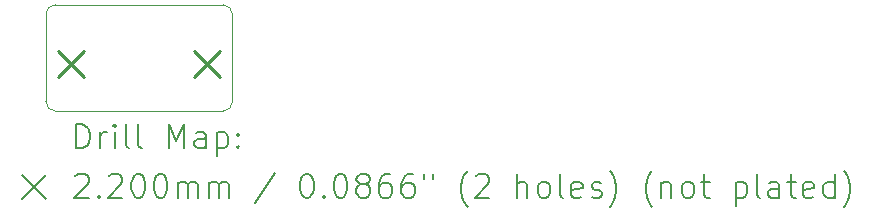
<source format=gbr>
%TF.GenerationSoftware,KiCad,Pcbnew,8.0.8*%
%TF.CreationDate,2025-05-09T09:08:47-04:00*%
%TF.ProjectId,dipole-breakout,6469706f-6c65-42d6-9272-65616b6f7574,rev?*%
%TF.SameCoordinates,Original*%
%TF.FileFunction,Drillmap*%
%TF.FilePolarity,Positive*%
%FSLAX45Y45*%
G04 Gerber Fmt 4.5, Leading zero omitted, Abs format (unit mm)*
G04 Created by KiCad (PCBNEW 8.0.8) date 2025-05-09 09:08:47*
%MOMM*%
%LPD*%
G01*
G04 APERTURE LIST*
%ADD10C,0.050000*%
%ADD11C,0.200000*%
%ADD12C,0.220000*%
G04 APERTURE END LIST*
D10*
X17720000Y-8050000D02*
X16300000Y-8050000D01*
X17800000Y-8870000D02*
X17800000Y-8130000D01*
X16300000Y-8950000D02*
X17720000Y-8950000D01*
X16220000Y-8130000D02*
X16220000Y-8870000D01*
X17800000Y-8870000D02*
G75*
G02*
X17720000Y-8950000I-80000J0D01*
G01*
X17720000Y-8050000D02*
G75*
G02*
X17800000Y-8130000I0J-80000D01*
G01*
X16220000Y-8130000D02*
G75*
G02*
X16300000Y-8050000I80000J0D01*
G01*
X16300000Y-8950000D02*
G75*
G02*
X16220000Y-8870000I0J80000D01*
G01*
D11*
D12*
X16325000Y-8440000D02*
X16545000Y-8660000D01*
X16545000Y-8440000D02*
X16325000Y-8660000D01*
X17475000Y-8440000D02*
X17695000Y-8660000D01*
X17695000Y-8440000D02*
X17475000Y-8660000D01*
D11*
X16478277Y-9263984D02*
X16478277Y-9063984D01*
X16478277Y-9063984D02*
X16525896Y-9063984D01*
X16525896Y-9063984D02*
X16554467Y-9073508D01*
X16554467Y-9073508D02*
X16573515Y-9092555D01*
X16573515Y-9092555D02*
X16583039Y-9111603D01*
X16583039Y-9111603D02*
X16592562Y-9149698D01*
X16592562Y-9149698D02*
X16592562Y-9178270D01*
X16592562Y-9178270D02*
X16583039Y-9216365D01*
X16583039Y-9216365D02*
X16573515Y-9235412D01*
X16573515Y-9235412D02*
X16554467Y-9254460D01*
X16554467Y-9254460D02*
X16525896Y-9263984D01*
X16525896Y-9263984D02*
X16478277Y-9263984D01*
X16678277Y-9263984D02*
X16678277Y-9130651D01*
X16678277Y-9168746D02*
X16687800Y-9149698D01*
X16687800Y-9149698D02*
X16697324Y-9140174D01*
X16697324Y-9140174D02*
X16716372Y-9130651D01*
X16716372Y-9130651D02*
X16735420Y-9130651D01*
X16802086Y-9263984D02*
X16802086Y-9130651D01*
X16802086Y-9063984D02*
X16792562Y-9073508D01*
X16792562Y-9073508D02*
X16802086Y-9083032D01*
X16802086Y-9083032D02*
X16811610Y-9073508D01*
X16811610Y-9073508D02*
X16802086Y-9063984D01*
X16802086Y-9063984D02*
X16802086Y-9083032D01*
X16925896Y-9263984D02*
X16906848Y-9254460D01*
X16906848Y-9254460D02*
X16897324Y-9235412D01*
X16897324Y-9235412D02*
X16897324Y-9063984D01*
X17030658Y-9263984D02*
X17011610Y-9254460D01*
X17011610Y-9254460D02*
X17002086Y-9235412D01*
X17002086Y-9235412D02*
X17002086Y-9063984D01*
X17259229Y-9263984D02*
X17259229Y-9063984D01*
X17259229Y-9063984D02*
X17325896Y-9206841D01*
X17325896Y-9206841D02*
X17392562Y-9063984D01*
X17392562Y-9063984D02*
X17392562Y-9263984D01*
X17573515Y-9263984D02*
X17573515Y-9159222D01*
X17573515Y-9159222D02*
X17563991Y-9140174D01*
X17563991Y-9140174D02*
X17544943Y-9130651D01*
X17544943Y-9130651D02*
X17506848Y-9130651D01*
X17506848Y-9130651D02*
X17487801Y-9140174D01*
X17573515Y-9254460D02*
X17554467Y-9263984D01*
X17554467Y-9263984D02*
X17506848Y-9263984D01*
X17506848Y-9263984D02*
X17487801Y-9254460D01*
X17487801Y-9254460D02*
X17478277Y-9235412D01*
X17478277Y-9235412D02*
X17478277Y-9216365D01*
X17478277Y-9216365D02*
X17487801Y-9197317D01*
X17487801Y-9197317D02*
X17506848Y-9187793D01*
X17506848Y-9187793D02*
X17554467Y-9187793D01*
X17554467Y-9187793D02*
X17573515Y-9178270D01*
X17668753Y-9130651D02*
X17668753Y-9330651D01*
X17668753Y-9140174D02*
X17687801Y-9130651D01*
X17687801Y-9130651D02*
X17725896Y-9130651D01*
X17725896Y-9130651D02*
X17744943Y-9140174D01*
X17744943Y-9140174D02*
X17754467Y-9149698D01*
X17754467Y-9149698D02*
X17763991Y-9168746D01*
X17763991Y-9168746D02*
X17763991Y-9225889D01*
X17763991Y-9225889D02*
X17754467Y-9244936D01*
X17754467Y-9244936D02*
X17744943Y-9254460D01*
X17744943Y-9254460D02*
X17725896Y-9263984D01*
X17725896Y-9263984D02*
X17687801Y-9263984D01*
X17687801Y-9263984D02*
X17668753Y-9254460D01*
X17849705Y-9244936D02*
X17859229Y-9254460D01*
X17859229Y-9254460D02*
X17849705Y-9263984D01*
X17849705Y-9263984D02*
X17840182Y-9254460D01*
X17840182Y-9254460D02*
X17849705Y-9244936D01*
X17849705Y-9244936D02*
X17849705Y-9263984D01*
X17849705Y-9140174D02*
X17859229Y-9149698D01*
X17859229Y-9149698D02*
X17849705Y-9159222D01*
X17849705Y-9159222D02*
X17840182Y-9149698D01*
X17840182Y-9149698D02*
X17849705Y-9140174D01*
X17849705Y-9140174D02*
X17849705Y-9159222D01*
X16017500Y-9492500D02*
X16217500Y-9692500D01*
X16217500Y-9492500D02*
X16017500Y-9692500D01*
X16468753Y-9503032D02*
X16478277Y-9493508D01*
X16478277Y-9493508D02*
X16497324Y-9483984D01*
X16497324Y-9483984D02*
X16544943Y-9483984D01*
X16544943Y-9483984D02*
X16563991Y-9493508D01*
X16563991Y-9493508D02*
X16573515Y-9503032D01*
X16573515Y-9503032D02*
X16583039Y-9522079D01*
X16583039Y-9522079D02*
X16583039Y-9541127D01*
X16583039Y-9541127D02*
X16573515Y-9569698D01*
X16573515Y-9569698D02*
X16459229Y-9683984D01*
X16459229Y-9683984D02*
X16583039Y-9683984D01*
X16668753Y-9664936D02*
X16678277Y-9674460D01*
X16678277Y-9674460D02*
X16668753Y-9683984D01*
X16668753Y-9683984D02*
X16659229Y-9674460D01*
X16659229Y-9674460D02*
X16668753Y-9664936D01*
X16668753Y-9664936D02*
X16668753Y-9683984D01*
X16754467Y-9503032D02*
X16763991Y-9493508D01*
X16763991Y-9493508D02*
X16783039Y-9483984D01*
X16783039Y-9483984D02*
X16830658Y-9483984D01*
X16830658Y-9483984D02*
X16849705Y-9493508D01*
X16849705Y-9493508D02*
X16859229Y-9503032D01*
X16859229Y-9503032D02*
X16868753Y-9522079D01*
X16868753Y-9522079D02*
X16868753Y-9541127D01*
X16868753Y-9541127D02*
X16859229Y-9569698D01*
X16859229Y-9569698D02*
X16744943Y-9683984D01*
X16744943Y-9683984D02*
X16868753Y-9683984D01*
X16992562Y-9483984D02*
X17011610Y-9483984D01*
X17011610Y-9483984D02*
X17030658Y-9493508D01*
X17030658Y-9493508D02*
X17040182Y-9503032D01*
X17040182Y-9503032D02*
X17049705Y-9522079D01*
X17049705Y-9522079D02*
X17059229Y-9560174D01*
X17059229Y-9560174D02*
X17059229Y-9607793D01*
X17059229Y-9607793D02*
X17049705Y-9645889D01*
X17049705Y-9645889D02*
X17040182Y-9664936D01*
X17040182Y-9664936D02*
X17030658Y-9674460D01*
X17030658Y-9674460D02*
X17011610Y-9683984D01*
X17011610Y-9683984D02*
X16992562Y-9683984D01*
X16992562Y-9683984D02*
X16973515Y-9674460D01*
X16973515Y-9674460D02*
X16963991Y-9664936D01*
X16963991Y-9664936D02*
X16954467Y-9645889D01*
X16954467Y-9645889D02*
X16944943Y-9607793D01*
X16944943Y-9607793D02*
X16944943Y-9560174D01*
X16944943Y-9560174D02*
X16954467Y-9522079D01*
X16954467Y-9522079D02*
X16963991Y-9503032D01*
X16963991Y-9503032D02*
X16973515Y-9493508D01*
X16973515Y-9493508D02*
X16992562Y-9483984D01*
X17183039Y-9483984D02*
X17202086Y-9483984D01*
X17202086Y-9483984D02*
X17221134Y-9493508D01*
X17221134Y-9493508D02*
X17230658Y-9503032D01*
X17230658Y-9503032D02*
X17240182Y-9522079D01*
X17240182Y-9522079D02*
X17249705Y-9560174D01*
X17249705Y-9560174D02*
X17249705Y-9607793D01*
X17249705Y-9607793D02*
X17240182Y-9645889D01*
X17240182Y-9645889D02*
X17230658Y-9664936D01*
X17230658Y-9664936D02*
X17221134Y-9674460D01*
X17221134Y-9674460D02*
X17202086Y-9683984D01*
X17202086Y-9683984D02*
X17183039Y-9683984D01*
X17183039Y-9683984D02*
X17163991Y-9674460D01*
X17163991Y-9674460D02*
X17154467Y-9664936D01*
X17154467Y-9664936D02*
X17144943Y-9645889D01*
X17144943Y-9645889D02*
X17135420Y-9607793D01*
X17135420Y-9607793D02*
X17135420Y-9560174D01*
X17135420Y-9560174D02*
X17144943Y-9522079D01*
X17144943Y-9522079D02*
X17154467Y-9503032D01*
X17154467Y-9503032D02*
X17163991Y-9493508D01*
X17163991Y-9493508D02*
X17183039Y-9483984D01*
X17335420Y-9683984D02*
X17335420Y-9550651D01*
X17335420Y-9569698D02*
X17344943Y-9560174D01*
X17344943Y-9560174D02*
X17363991Y-9550651D01*
X17363991Y-9550651D02*
X17392563Y-9550651D01*
X17392563Y-9550651D02*
X17411610Y-9560174D01*
X17411610Y-9560174D02*
X17421134Y-9579222D01*
X17421134Y-9579222D02*
X17421134Y-9683984D01*
X17421134Y-9579222D02*
X17430658Y-9560174D01*
X17430658Y-9560174D02*
X17449705Y-9550651D01*
X17449705Y-9550651D02*
X17478277Y-9550651D01*
X17478277Y-9550651D02*
X17497324Y-9560174D01*
X17497324Y-9560174D02*
X17506848Y-9579222D01*
X17506848Y-9579222D02*
X17506848Y-9683984D01*
X17602086Y-9683984D02*
X17602086Y-9550651D01*
X17602086Y-9569698D02*
X17611610Y-9560174D01*
X17611610Y-9560174D02*
X17630658Y-9550651D01*
X17630658Y-9550651D02*
X17659229Y-9550651D01*
X17659229Y-9550651D02*
X17678277Y-9560174D01*
X17678277Y-9560174D02*
X17687801Y-9579222D01*
X17687801Y-9579222D02*
X17687801Y-9683984D01*
X17687801Y-9579222D02*
X17697324Y-9560174D01*
X17697324Y-9560174D02*
X17716372Y-9550651D01*
X17716372Y-9550651D02*
X17744943Y-9550651D01*
X17744943Y-9550651D02*
X17763991Y-9560174D01*
X17763991Y-9560174D02*
X17773515Y-9579222D01*
X17773515Y-9579222D02*
X17773515Y-9683984D01*
X18163991Y-9474460D02*
X17992563Y-9731603D01*
X18421134Y-9483984D02*
X18440182Y-9483984D01*
X18440182Y-9483984D02*
X18459229Y-9493508D01*
X18459229Y-9493508D02*
X18468753Y-9503032D01*
X18468753Y-9503032D02*
X18478277Y-9522079D01*
X18478277Y-9522079D02*
X18487801Y-9560174D01*
X18487801Y-9560174D02*
X18487801Y-9607793D01*
X18487801Y-9607793D02*
X18478277Y-9645889D01*
X18478277Y-9645889D02*
X18468753Y-9664936D01*
X18468753Y-9664936D02*
X18459229Y-9674460D01*
X18459229Y-9674460D02*
X18440182Y-9683984D01*
X18440182Y-9683984D02*
X18421134Y-9683984D01*
X18421134Y-9683984D02*
X18402086Y-9674460D01*
X18402086Y-9674460D02*
X18392563Y-9664936D01*
X18392563Y-9664936D02*
X18383039Y-9645889D01*
X18383039Y-9645889D02*
X18373515Y-9607793D01*
X18373515Y-9607793D02*
X18373515Y-9560174D01*
X18373515Y-9560174D02*
X18383039Y-9522079D01*
X18383039Y-9522079D02*
X18392563Y-9503032D01*
X18392563Y-9503032D02*
X18402086Y-9493508D01*
X18402086Y-9493508D02*
X18421134Y-9483984D01*
X18573515Y-9664936D02*
X18583039Y-9674460D01*
X18583039Y-9674460D02*
X18573515Y-9683984D01*
X18573515Y-9683984D02*
X18563991Y-9674460D01*
X18563991Y-9674460D02*
X18573515Y-9664936D01*
X18573515Y-9664936D02*
X18573515Y-9683984D01*
X18706848Y-9483984D02*
X18725896Y-9483984D01*
X18725896Y-9483984D02*
X18744944Y-9493508D01*
X18744944Y-9493508D02*
X18754467Y-9503032D01*
X18754467Y-9503032D02*
X18763991Y-9522079D01*
X18763991Y-9522079D02*
X18773515Y-9560174D01*
X18773515Y-9560174D02*
X18773515Y-9607793D01*
X18773515Y-9607793D02*
X18763991Y-9645889D01*
X18763991Y-9645889D02*
X18754467Y-9664936D01*
X18754467Y-9664936D02*
X18744944Y-9674460D01*
X18744944Y-9674460D02*
X18725896Y-9683984D01*
X18725896Y-9683984D02*
X18706848Y-9683984D01*
X18706848Y-9683984D02*
X18687801Y-9674460D01*
X18687801Y-9674460D02*
X18678277Y-9664936D01*
X18678277Y-9664936D02*
X18668753Y-9645889D01*
X18668753Y-9645889D02*
X18659229Y-9607793D01*
X18659229Y-9607793D02*
X18659229Y-9560174D01*
X18659229Y-9560174D02*
X18668753Y-9522079D01*
X18668753Y-9522079D02*
X18678277Y-9503032D01*
X18678277Y-9503032D02*
X18687801Y-9493508D01*
X18687801Y-9493508D02*
X18706848Y-9483984D01*
X18887801Y-9569698D02*
X18868753Y-9560174D01*
X18868753Y-9560174D02*
X18859229Y-9550651D01*
X18859229Y-9550651D02*
X18849706Y-9531603D01*
X18849706Y-9531603D02*
X18849706Y-9522079D01*
X18849706Y-9522079D02*
X18859229Y-9503032D01*
X18859229Y-9503032D02*
X18868753Y-9493508D01*
X18868753Y-9493508D02*
X18887801Y-9483984D01*
X18887801Y-9483984D02*
X18925896Y-9483984D01*
X18925896Y-9483984D02*
X18944944Y-9493508D01*
X18944944Y-9493508D02*
X18954467Y-9503032D01*
X18954467Y-9503032D02*
X18963991Y-9522079D01*
X18963991Y-9522079D02*
X18963991Y-9531603D01*
X18963991Y-9531603D02*
X18954467Y-9550651D01*
X18954467Y-9550651D02*
X18944944Y-9560174D01*
X18944944Y-9560174D02*
X18925896Y-9569698D01*
X18925896Y-9569698D02*
X18887801Y-9569698D01*
X18887801Y-9569698D02*
X18868753Y-9579222D01*
X18868753Y-9579222D02*
X18859229Y-9588746D01*
X18859229Y-9588746D02*
X18849706Y-9607793D01*
X18849706Y-9607793D02*
X18849706Y-9645889D01*
X18849706Y-9645889D02*
X18859229Y-9664936D01*
X18859229Y-9664936D02*
X18868753Y-9674460D01*
X18868753Y-9674460D02*
X18887801Y-9683984D01*
X18887801Y-9683984D02*
X18925896Y-9683984D01*
X18925896Y-9683984D02*
X18944944Y-9674460D01*
X18944944Y-9674460D02*
X18954467Y-9664936D01*
X18954467Y-9664936D02*
X18963991Y-9645889D01*
X18963991Y-9645889D02*
X18963991Y-9607793D01*
X18963991Y-9607793D02*
X18954467Y-9588746D01*
X18954467Y-9588746D02*
X18944944Y-9579222D01*
X18944944Y-9579222D02*
X18925896Y-9569698D01*
X19135420Y-9483984D02*
X19097325Y-9483984D01*
X19097325Y-9483984D02*
X19078277Y-9493508D01*
X19078277Y-9493508D02*
X19068753Y-9503032D01*
X19068753Y-9503032D02*
X19049706Y-9531603D01*
X19049706Y-9531603D02*
X19040182Y-9569698D01*
X19040182Y-9569698D02*
X19040182Y-9645889D01*
X19040182Y-9645889D02*
X19049706Y-9664936D01*
X19049706Y-9664936D02*
X19059229Y-9674460D01*
X19059229Y-9674460D02*
X19078277Y-9683984D01*
X19078277Y-9683984D02*
X19116372Y-9683984D01*
X19116372Y-9683984D02*
X19135420Y-9674460D01*
X19135420Y-9674460D02*
X19144944Y-9664936D01*
X19144944Y-9664936D02*
X19154467Y-9645889D01*
X19154467Y-9645889D02*
X19154467Y-9598270D01*
X19154467Y-9598270D02*
X19144944Y-9579222D01*
X19144944Y-9579222D02*
X19135420Y-9569698D01*
X19135420Y-9569698D02*
X19116372Y-9560174D01*
X19116372Y-9560174D02*
X19078277Y-9560174D01*
X19078277Y-9560174D02*
X19059229Y-9569698D01*
X19059229Y-9569698D02*
X19049706Y-9579222D01*
X19049706Y-9579222D02*
X19040182Y-9598270D01*
X19325896Y-9483984D02*
X19287801Y-9483984D01*
X19287801Y-9483984D02*
X19268753Y-9493508D01*
X19268753Y-9493508D02*
X19259229Y-9503032D01*
X19259229Y-9503032D02*
X19240182Y-9531603D01*
X19240182Y-9531603D02*
X19230658Y-9569698D01*
X19230658Y-9569698D02*
X19230658Y-9645889D01*
X19230658Y-9645889D02*
X19240182Y-9664936D01*
X19240182Y-9664936D02*
X19249706Y-9674460D01*
X19249706Y-9674460D02*
X19268753Y-9683984D01*
X19268753Y-9683984D02*
X19306848Y-9683984D01*
X19306848Y-9683984D02*
X19325896Y-9674460D01*
X19325896Y-9674460D02*
X19335420Y-9664936D01*
X19335420Y-9664936D02*
X19344944Y-9645889D01*
X19344944Y-9645889D02*
X19344944Y-9598270D01*
X19344944Y-9598270D02*
X19335420Y-9579222D01*
X19335420Y-9579222D02*
X19325896Y-9569698D01*
X19325896Y-9569698D02*
X19306848Y-9560174D01*
X19306848Y-9560174D02*
X19268753Y-9560174D01*
X19268753Y-9560174D02*
X19249706Y-9569698D01*
X19249706Y-9569698D02*
X19240182Y-9579222D01*
X19240182Y-9579222D02*
X19230658Y-9598270D01*
X19421134Y-9483984D02*
X19421134Y-9522079D01*
X19497325Y-9483984D02*
X19497325Y-9522079D01*
X19792563Y-9760174D02*
X19783039Y-9750651D01*
X19783039Y-9750651D02*
X19763991Y-9722079D01*
X19763991Y-9722079D02*
X19754468Y-9703032D01*
X19754468Y-9703032D02*
X19744944Y-9674460D01*
X19744944Y-9674460D02*
X19735420Y-9626841D01*
X19735420Y-9626841D02*
X19735420Y-9588746D01*
X19735420Y-9588746D02*
X19744944Y-9541127D01*
X19744944Y-9541127D02*
X19754468Y-9512555D01*
X19754468Y-9512555D02*
X19763991Y-9493508D01*
X19763991Y-9493508D02*
X19783039Y-9464936D01*
X19783039Y-9464936D02*
X19792563Y-9455412D01*
X19859229Y-9503032D02*
X19868753Y-9493508D01*
X19868753Y-9493508D02*
X19887801Y-9483984D01*
X19887801Y-9483984D02*
X19935420Y-9483984D01*
X19935420Y-9483984D02*
X19954468Y-9493508D01*
X19954468Y-9493508D02*
X19963991Y-9503032D01*
X19963991Y-9503032D02*
X19973515Y-9522079D01*
X19973515Y-9522079D02*
X19973515Y-9541127D01*
X19973515Y-9541127D02*
X19963991Y-9569698D01*
X19963991Y-9569698D02*
X19849706Y-9683984D01*
X19849706Y-9683984D02*
X19973515Y-9683984D01*
X20211610Y-9683984D02*
X20211610Y-9483984D01*
X20297325Y-9683984D02*
X20297325Y-9579222D01*
X20297325Y-9579222D02*
X20287801Y-9560174D01*
X20287801Y-9560174D02*
X20268753Y-9550651D01*
X20268753Y-9550651D02*
X20240182Y-9550651D01*
X20240182Y-9550651D02*
X20221134Y-9560174D01*
X20221134Y-9560174D02*
X20211610Y-9569698D01*
X20421134Y-9683984D02*
X20402087Y-9674460D01*
X20402087Y-9674460D02*
X20392563Y-9664936D01*
X20392563Y-9664936D02*
X20383039Y-9645889D01*
X20383039Y-9645889D02*
X20383039Y-9588746D01*
X20383039Y-9588746D02*
X20392563Y-9569698D01*
X20392563Y-9569698D02*
X20402087Y-9560174D01*
X20402087Y-9560174D02*
X20421134Y-9550651D01*
X20421134Y-9550651D02*
X20449706Y-9550651D01*
X20449706Y-9550651D02*
X20468753Y-9560174D01*
X20468753Y-9560174D02*
X20478277Y-9569698D01*
X20478277Y-9569698D02*
X20487801Y-9588746D01*
X20487801Y-9588746D02*
X20487801Y-9645889D01*
X20487801Y-9645889D02*
X20478277Y-9664936D01*
X20478277Y-9664936D02*
X20468753Y-9674460D01*
X20468753Y-9674460D02*
X20449706Y-9683984D01*
X20449706Y-9683984D02*
X20421134Y-9683984D01*
X20602087Y-9683984D02*
X20583039Y-9674460D01*
X20583039Y-9674460D02*
X20573515Y-9655412D01*
X20573515Y-9655412D02*
X20573515Y-9483984D01*
X20754468Y-9674460D02*
X20735420Y-9683984D01*
X20735420Y-9683984D02*
X20697325Y-9683984D01*
X20697325Y-9683984D02*
X20678277Y-9674460D01*
X20678277Y-9674460D02*
X20668753Y-9655412D01*
X20668753Y-9655412D02*
X20668753Y-9579222D01*
X20668753Y-9579222D02*
X20678277Y-9560174D01*
X20678277Y-9560174D02*
X20697325Y-9550651D01*
X20697325Y-9550651D02*
X20735420Y-9550651D01*
X20735420Y-9550651D02*
X20754468Y-9560174D01*
X20754468Y-9560174D02*
X20763991Y-9579222D01*
X20763991Y-9579222D02*
X20763991Y-9598270D01*
X20763991Y-9598270D02*
X20668753Y-9617317D01*
X20840182Y-9674460D02*
X20859230Y-9683984D01*
X20859230Y-9683984D02*
X20897325Y-9683984D01*
X20897325Y-9683984D02*
X20916372Y-9674460D01*
X20916372Y-9674460D02*
X20925896Y-9655412D01*
X20925896Y-9655412D02*
X20925896Y-9645889D01*
X20925896Y-9645889D02*
X20916372Y-9626841D01*
X20916372Y-9626841D02*
X20897325Y-9617317D01*
X20897325Y-9617317D02*
X20868753Y-9617317D01*
X20868753Y-9617317D02*
X20849706Y-9607793D01*
X20849706Y-9607793D02*
X20840182Y-9588746D01*
X20840182Y-9588746D02*
X20840182Y-9579222D01*
X20840182Y-9579222D02*
X20849706Y-9560174D01*
X20849706Y-9560174D02*
X20868753Y-9550651D01*
X20868753Y-9550651D02*
X20897325Y-9550651D01*
X20897325Y-9550651D02*
X20916372Y-9560174D01*
X20992563Y-9760174D02*
X21002087Y-9750651D01*
X21002087Y-9750651D02*
X21021134Y-9722079D01*
X21021134Y-9722079D02*
X21030658Y-9703032D01*
X21030658Y-9703032D02*
X21040182Y-9674460D01*
X21040182Y-9674460D02*
X21049706Y-9626841D01*
X21049706Y-9626841D02*
X21049706Y-9588746D01*
X21049706Y-9588746D02*
X21040182Y-9541127D01*
X21040182Y-9541127D02*
X21030658Y-9512555D01*
X21030658Y-9512555D02*
X21021134Y-9493508D01*
X21021134Y-9493508D02*
X21002087Y-9464936D01*
X21002087Y-9464936D02*
X20992563Y-9455412D01*
X21354468Y-9760174D02*
X21344944Y-9750651D01*
X21344944Y-9750651D02*
X21325896Y-9722079D01*
X21325896Y-9722079D02*
X21316372Y-9703032D01*
X21316372Y-9703032D02*
X21306849Y-9674460D01*
X21306849Y-9674460D02*
X21297325Y-9626841D01*
X21297325Y-9626841D02*
X21297325Y-9588746D01*
X21297325Y-9588746D02*
X21306849Y-9541127D01*
X21306849Y-9541127D02*
X21316372Y-9512555D01*
X21316372Y-9512555D02*
X21325896Y-9493508D01*
X21325896Y-9493508D02*
X21344944Y-9464936D01*
X21344944Y-9464936D02*
X21354468Y-9455412D01*
X21430658Y-9550651D02*
X21430658Y-9683984D01*
X21430658Y-9569698D02*
X21440182Y-9560174D01*
X21440182Y-9560174D02*
X21459230Y-9550651D01*
X21459230Y-9550651D02*
X21487801Y-9550651D01*
X21487801Y-9550651D02*
X21506849Y-9560174D01*
X21506849Y-9560174D02*
X21516372Y-9579222D01*
X21516372Y-9579222D02*
X21516372Y-9683984D01*
X21640182Y-9683984D02*
X21621134Y-9674460D01*
X21621134Y-9674460D02*
X21611611Y-9664936D01*
X21611611Y-9664936D02*
X21602087Y-9645889D01*
X21602087Y-9645889D02*
X21602087Y-9588746D01*
X21602087Y-9588746D02*
X21611611Y-9569698D01*
X21611611Y-9569698D02*
X21621134Y-9560174D01*
X21621134Y-9560174D02*
X21640182Y-9550651D01*
X21640182Y-9550651D02*
X21668753Y-9550651D01*
X21668753Y-9550651D02*
X21687801Y-9560174D01*
X21687801Y-9560174D02*
X21697325Y-9569698D01*
X21697325Y-9569698D02*
X21706849Y-9588746D01*
X21706849Y-9588746D02*
X21706849Y-9645889D01*
X21706849Y-9645889D02*
X21697325Y-9664936D01*
X21697325Y-9664936D02*
X21687801Y-9674460D01*
X21687801Y-9674460D02*
X21668753Y-9683984D01*
X21668753Y-9683984D02*
X21640182Y-9683984D01*
X21763992Y-9550651D02*
X21840182Y-9550651D01*
X21792563Y-9483984D02*
X21792563Y-9655412D01*
X21792563Y-9655412D02*
X21802087Y-9674460D01*
X21802087Y-9674460D02*
X21821134Y-9683984D01*
X21821134Y-9683984D02*
X21840182Y-9683984D01*
X22059230Y-9550651D02*
X22059230Y-9750651D01*
X22059230Y-9560174D02*
X22078277Y-9550651D01*
X22078277Y-9550651D02*
X22116373Y-9550651D01*
X22116373Y-9550651D02*
X22135420Y-9560174D01*
X22135420Y-9560174D02*
X22144944Y-9569698D01*
X22144944Y-9569698D02*
X22154468Y-9588746D01*
X22154468Y-9588746D02*
X22154468Y-9645889D01*
X22154468Y-9645889D02*
X22144944Y-9664936D01*
X22144944Y-9664936D02*
X22135420Y-9674460D01*
X22135420Y-9674460D02*
X22116373Y-9683984D01*
X22116373Y-9683984D02*
X22078277Y-9683984D01*
X22078277Y-9683984D02*
X22059230Y-9674460D01*
X22268753Y-9683984D02*
X22249706Y-9674460D01*
X22249706Y-9674460D02*
X22240182Y-9655412D01*
X22240182Y-9655412D02*
X22240182Y-9483984D01*
X22430658Y-9683984D02*
X22430658Y-9579222D01*
X22430658Y-9579222D02*
X22421134Y-9560174D01*
X22421134Y-9560174D02*
X22402087Y-9550651D01*
X22402087Y-9550651D02*
X22363992Y-9550651D01*
X22363992Y-9550651D02*
X22344944Y-9560174D01*
X22430658Y-9674460D02*
X22411611Y-9683984D01*
X22411611Y-9683984D02*
X22363992Y-9683984D01*
X22363992Y-9683984D02*
X22344944Y-9674460D01*
X22344944Y-9674460D02*
X22335420Y-9655412D01*
X22335420Y-9655412D02*
X22335420Y-9636365D01*
X22335420Y-9636365D02*
X22344944Y-9617317D01*
X22344944Y-9617317D02*
X22363992Y-9607793D01*
X22363992Y-9607793D02*
X22411611Y-9607793D01*
X22411611Y-9607793D02*
X22430658Y-9598270D01*
X22497325Y-9550651D02*
X22573515Y-9550651D01*
X22525896Y-9483984D02*
X22525896Y-9655412D01*
X22525896Y-9655412D02*
X22535420Y-9674460D01*
X22535420Y-9674460D02*
X22554468Y-9683984D01*
X22554468Y-9683984D02*
X22573515Y-9683984D01*
X22716372Y-9674460D02*
X22697325Y-9683984D01*
X22697325Y-9683984D02*
X22659230Y-9683984D01*
X22659230Y-9683984D02*
X22640182Y-9674460D01*
X22640182Y-9674460D02*
X22630658Y-9655412D01*
X22630658Y-9655412D02*
X22630658Y-9579222D01*
X22630658Y-9579222D02*
X22640182Y-9560174D01*
X22640182Y-9560174D02*
X22659230Y-9550651D01*
X22659230Y-9550651D02*
X22697325Y-9550651D01*
X22697325Y-9550651D02*
X22716372Y-9560174D01*
X22716372Y-9560174D02*
X22725896Y-9579222D01*
X22725896Y-9579222D02*
X22725896Y-9598270D01*
X22725896Y-9598270D02*
X22630658Y-9617317D01*
X22897325Y-9683984D02*
X22897325Y-9483984D01*
X22897325Y-9674460D02*
X22878277Y-9683984D01*
X22878277Y-9683984D02*
X22840182Y-9683984D01*
X22840182Y-9683984D02*
X22821134Y-9674460D01*
X22821134Y-9674460D02*
X22811611Y-9664936D01*
X22811611Y-9664936D02*
X22802087Y-9645889D01*
X22802087Y-9645889D02*
X22802087Y-9588746D01*
X22802087Y-9588746D02*
X22811611Y-9569698D01*
X22811611Y-9569698D02*
X22821134Y-9560174D01*
X22821134Y-9560174D02*
X22840182Y-9550651D01*
X22840182Y-9550651D02*
X22878277Y-9550651D01*
X22878277Y-9550651D02*
X22897325Y-9560174D01*
X22973515Y-9760174D02*
X22983039Y-9750651D01*
X22983039Y-9750651D02*
X23002087Y-9722079D01*
X23002087Y-9722079D02*
X23011611Y-9703032D01*
X23011611Y-9703032D02*
X23021134Y-9674460D01*
X23021134Y-9674460D02*
X23030658Y-9626841D01*
X23030658Y-9626841D02*
X23030658Y-9588746D01*
X23030658Y-9588746D02*
X23021134Y-9541127D01*
X23021134Y-9541127D02*
X23011611Y-9512555D01*
X23011611Y-9512555D02*
X23002087Y-9493508D01*
X23002087Y-9493508D02*
X22983039Y-9464936D01*
X22983039Y-9464936D02*
X22973515Y-9455412D01*
M02*

</source>
